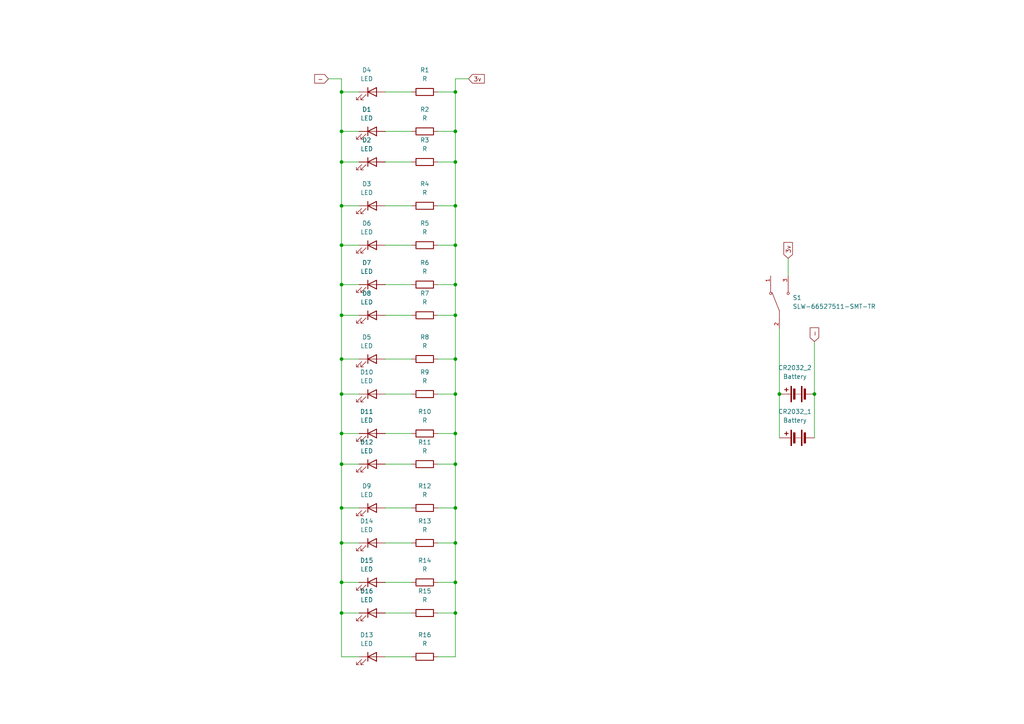
<source format=kicad_sch>
(kicad_sch (version 20230121) (generator eeschema)
  (paper "A4")
  (title_block (title "LED Heart") (date "2025-02-03") (rev "R1"))
  (lib_symbols
    (symbol "Device:Battery" (pin_numbers hide) (pin_names (offset 0) hide)
      (property "Reference" "BT" (at 2.54 2.54 0))
      (property "Value" "Battery" (at 2.54 0 0))
      (symbol "Battery_0_1"
        (rectangle (start -2.286 -1.27) (end 2.286 -1.524) (fill (type outline)))
        (rectangle (start -2.286 1.778) (end 2.286 1.524) (fill (type outline)))
        (rectangle (start -1.524 -2.032) (end 1.524 -2.54) (fill (type outline)))
        (rectangle (start -1.524 1.016) (end 1.524 0.508) (fill (type outline)))
        (polyline (pts (xy 0 -1.016) (xy 0 -0.762)))
        (polyline (pts (xy 0 -0.508) (xy 0 -0.254)))
        (polyline (pts (xy 0 0) (xy 0 0.254)))
        (polyline (pts (xy 0 1.778) (xy 0 2.54)))
        (polyline (pts (xy 0.762 3.048) (xy 1.778 3.048)) (stroke (width 0.254)))
        (polyline (pts (xy 1.27 3.556) (xy 1.27 2.54)) (stroke (width 0.254)))
      )
      (symbol "Battery_1_1"
        (pin passive line (at 0 5.08 270) (length 2.54) (name "+") (number "1"))
        (pin passive line (at 0 -5.08 90) (length 2.54) (name "-") (number "2"))
      )
    )
    (symbol "Device:LED" (pin_numbers hide) (pin_names (offset 1.016) hide)
      (property "Reference" "D" (at 0 2.54 0))
      (property "Value" "LED" (at 0 -2.54 0))
      (symbol "LED_0_1"
        (polyline (pts (xy -1.27 -1.27) (xy -1.27 1.27)) (stroke (width 0.254)))
        (polyline (pts (xy -1.27 0) (xy 1.27 0)))
        (polyline (pts (xy 1.27 -1.27) (xy 1.27 1.27) (xy -1.27 0) (xy 1.27 -1.27)) (stroke (width 0.254)))
        (polyline (pts (xy -3.048 -0.762) (xy -4.572 -2.286) (xy -3.81 -2.286) (xy -4.572 -2.286) (xy -4.572 -1.524)))
        (polyline (pts (xy -1.778 -0.762) (xy -3.302 -2.286) (xy -2.54 -2.286) (xy -3.302 -2.286) (xy -3.302 -1.524)))
      )
      (symbol "LED_1_1"
        (pin passive line (at -3.81 0 0) (length 2.54) (name "K") (number "1"))
        (pin passive line (at 3.81 0 180) (length 2.54) (name "A") (number "2"))
      )
    )
    (symbol "Device:R" (pin_numbers hide) (pin_names (offset 0))
      (property "Reference" "R" (at 2.032 0 90))
      (property "Value" "R" (at 0 0 90))
      (symbol "R_0_1"
        (rectangle (start -1.016 -2.54) (end 1.016 2.54) (stroke (width 0.254)))
      )
      (symbol "R_1_1"
        (pin passive line (at 0 3.81 270) (length 1.27) (name "~") (number "1"))
        (pin passive line (at 0 -3.81 90) (length 1.27) (name "~") (number "2"))
      )
    )
    (symbol "logancustom:SLW-66527511-SMT-TR" (pin_names (offset 1.016))
      (property "Reference" "S" (at -2.54 5.08 0))
      (property "Value" "SLW-66527511-SMT-TR" (at -2.54 -5.08 0))
      (symbol "SLW-66527511-SMT-TR_0_0"
        (polyline (pts (xy -2.54 0) (xy -5.08 0)) (stroke (width 0.1524)))
        (polyline (pts (xy -2.54 0) (xy 2.794 2.1336)) (stroke (width 0.1524)))
        (polyline (pts (xy 5.08 -2.54) (xy 2.921 -2.54)) (stroke (width 0.1524)))
        (polyline (pts (xy 5.08 2.54) (xy 2.921 2.54)) (stroke (width 0.1524)))
        (circle (center 2.54 -2.54) (radius 0.3302) (stroke (width 0.1524)))
        (circle (center 2.54 2.54) (radius 0.3302) (stroke (width 0.1524)))
        (pin passive line (at 7.62 2.54 180) (length 2.54) (name "~") (number "1"))
        (pin passive line (at -7.62 0 0) (length 2.54) (name "~") (number "2"))
        (pin passive line (at 7.62 -2.54 180) (length 2.54) (name "~") (number "3"))
      )
    )
  )
  (junction (at 132.08 177.8))
  (junction (at 132.08 46.99))
  (junction (at 99.06 38.1))
  (junction (at 132.08 26.67))
  (junction (at 99.06 26.67))
  (junction (at 132.08 157.48))
  (junction (at 132.08 147.32))
  (junction (at 236.22 114.3))
  (junction (at 99.06 157.48))
  (junction (at 99.06 177.8))
  (junction (at 132.08 134.62))
  (junction (at 99.06 168.91))
  (junction (at 132.08 71.12))
  (junction (at 132.08 91.44))
  (junction (at 99.06 82.55))
  (junction (at 99.06 134.62))
  (junction (at 99.06 104.14))
  (junction (at 99.06 147.32))
  (junction (at 132.08 168.91))
  (junction (at 99.06 46.99))
  (junction (at 99.06 125.73))
  (junction (at 132.08 125.73))
  (junction (at 132.08 59.69))
  (junction (at 99.06 71.12))
  (junction (at 99.06 59.69))
  (junction (at 132.08 104.14))
  (junction (at 99.06 114.3))
  (junction (at 132.08 38.1))
  (junction (at 132.08 82.55))
  (junction (at 226.06 114.3))
  (junction (at 132.08 114.3))
  (junction (at 99.06 91.44))
  (wire (pts (xy 111.76 168.91) (xy 119.38 168.91)))
  (wire (pts (xy 99.06 59.69) (xy 104.14 59.69)))
  (wire (pts (xy 111.76 157.48) (xy 119.38 157.48)))
  (wire (pts (xy 132.08 134.62) (xy 132.08 147.32)))
  (wire (pts (xy 127 26.67) (xy 132.08 26.67)))
  (wire (pts (xy 132.08 177.8) (xy 132.08 190.5)))
  (wire (pts (xy 99.06 157.48) (xy 104.14 157.48)))
  (wire (pts (xy 236.22 114.3) (xy 236.22 127)))
  (wire (pts (xy 99.06 59.69) (xy 99.06 71.12)))
  (wire (pts (xy 127 134.62) (xy 132.08 134.62)))
  (wire (pts (xy 99.06 38.1) (xy 104.14 38.1)))
  (wire (pts (xy 111.76 104.14) (xy 119.38 104.14)))
  (wire (pts (xy 99.06 114.3) (xy 104.14 114.3)))
  (wire (pts (xy 99.06 26.67) (xy 99.06 38.1)))
  (wire (pts (xy 99.06 82.55) (xy 99.06 91.44)))
  (wire (pts (xy 111.76 114.3) (xy 119.38 114.3)))
  (wire (pts (xy 127 147.32) (xy 132.08 147.32)))
  (wire (pts (xy 99.06 190.5) (xy 104.14 190.5)))
  (wire (pts (xy 99.06 147.32) (xy 104.14 147.32)))
  (wire (pts (xy 99.06 134.62) (xy 99.06 147.32)))
  (wire (pts (xy 127 168.91) (xy 132.08 168.91)))
  (wire (pts (xy 132.08 147.32) (xy 132.08 157.48)))
  (wire (pts (xy 111.76 38.1) (xy 119.38 38.1)))
  (wire (pts (xy 99.06 46.99) (xy 99.06 59.69)))
  (wire (pts (xy 99.06 168.91) (xy 104.14 168.91)))
  (wire (pts (xy 111.76 91.44) (xy 119.38 91.44)))
  (wire (pts (xy 127 38.1) (xy 132.08 38.1)))
  (wire (pts (xy 99.06 177.8) (xy 99.06 190.5)))
  (wire (pts (xy 99.06 71.12) (xy 104.14 71.12)))
  (wire (pts (xy 132.08 46.99) (xy 132.08 59.69)))
  (wire (pts (xy 99.06 104.14) (xy 99.06 114.3)))
  (wire (pts (xy 99.06 71.12) (xy 99.06 82.55)))
  (wire (pts (xy 132.08 125.73) (xy 132.08 134.62)))
  (wire (pts (xy 99.06 134.62) (xy 104.14 134.62)))
  (wire (pts (xy 132.08 71.12) (xy 132.08 82.55)))
  (wire (pts (xy 99.06 114.3) (xy 99.06 125.73)))
  (wire (pts (xy 127 59.69) (xy 132.08 59.69)))
  (wire (pts (xy 99.06 168.91) (xy 99.06 177.8)))
  (wire (pts (xy 111.76 71.12) (xy 119.38 71.12)))
  (wire (pts (xy 132.08 190.5) (xy 127 190.5)))
  (wire (pts (xy 127 82.55) (xy 132.08 82.55)))
  (wire (pts (xy 111.76 82.55) (xy 119.38 82.55)))
  (wire (pts (xy 228.6 74.93) (xy 228.6 80.01)))
  (wire (pts (xy 111.76 26.67) (xy 119.38 26.67)))
  (wire (pts (xy 127 114.3) (xy 132.08 114.3)))
  (wire (pts (xy 127 177.8) (xy 132.08 177.8)))
  (wire (pts (xy 226.06 95.25) (xy 226.06 114.3)))
  (wire (pts (xy 132.08 82.55) (xy 132.08 91.44)))
  (wire (pts (xy 132.08 22.86) (xy 132.08 26.67)))
  (wire (pts (xy 127 104.14) (xy 132.08 104.14)))
  (wire (pts (xy 99.06 91.44) (xy 104.14 91.44)))
  (wire (pts (xy 132.08 114.3) (xy 132.08 125.73)))
  (wire (pts (xy 132.08 59.69) (xy 132.08 71.12)))
  (wire (pts (xy 127 125.73) (xy 132.08 125.73)))
  (wire (pts (xy 99.06 91.44) (xy 99.06 104.14)))
  (wire (pts (xy 135.89 22.86) (xy 132.08 22.86)))
  (wire (pts (xy 99.06 82.55) (xy 104.14 82.55)))
  (wire (pts (xy 111.76 46.99) (xy 119.38 46.99)))
  (wire (pts (xy 111.76 177.8) (xy 119.38 177.8)))
  (wire (pts (xy 127 91.44) (xy 132.08 91.44)))
  (wire (pts (xy 111.76 125.73) (xy 119.38 125.73)))
  (wire (pts (xy 132.08 91.44) (xy 132.08 104.14)))
  (wire (pts (xy 99.06 125.73) (xy 99.06 134.62)))
  (wire (pts (xy 99.06 147.32) (xy 99.06 157.48)))
  (wire (pts (xy 99.06 38.1) (xy 99.06 46.99)))
  (wire (pts (xy 95.25 22.86) (xy 99.06 22.86)))
  (wire (pts (xy 99.06 22.86) (xy 99.06 26.67)))
  (wire (pts (xy 226.06 114.3) (xy 226.06 127)))
  (wire (pts (xy 132.08 26.67) (xy 132.08 38.1)))
  (wire (pts (xy 236.22 99.06) (xy 236.22 114.3)))
  (wire (pts (xy 127 46.99) (xy 132.08 46.99)))
  (wire (pts (xy 99.06 26.67) (xy 104.14 26.67)))
  (wire (pts (xy 99.06 177.8) (xy 104.14 177.8)))
  (wire (pts (xy 132.08 168.91) (xy 132.08 177.8)))
  (wire (pts (xy 132.08 38.1) (xy 132.08 46.99)))
  (wire (pts (xy 99.06 46.99) (xy 104.14 46.99)))
  (wire (pts (xy 111.76 190.5) (xy 119.38 190.5)))
  (wire (pts (xy 99.06 157.48) (xy 99.06 168.91)))
  (wire (pts (xy 132.08 157.48) (xy 132.08 168.91)))
  (wire (pts (xy 111.76 134.62) (xy 119.38 134.62)))
  (wire (pts (xy 127 71.12) (xy 132.08 71.12)))
  (wire (pts (xy 111.76 59.69) (xy 119.38 59.69)))
  (wire (pts (xy 99.06 104.14) (xy 104.14 104.14)))
  (wire (pts (xy 132.08 104.14) (xy 132.08 114.3)))
  (wire (pts (xy 99.06 125.73) (xy 104.14 125.73)))
  (wire (pts (xy 127 157.48) (xy 132.08 157.48)))
  (wire (pts (xy 111.76 147.32) (xy 119.38 147.32)))
  (global_label "3v" (shape input) (at 228.6 74.93 90) (property "Intersheetrefs" "${INTERSHEET_REFS}" (effects hide)))
  (global_label "-" (shape input) (at 95.25 22.86 180) (property "Intersheetrefs" "${INTERSHEET_REFS}" (effects hide)))
  (global_label "-" (shape input) (at 236.22 99.06 90) (property "Intersheetrefs" "${INTERSHEET_REFS}" (effects hide)))
  (global_label "3v" (shape input) (at 135.89 22.86 0) (property "Intersheetrefs" "${INTERSHEET_REFS}" (effects hide)))
  (symbol (lib_id "Device:LED") (at 107.95 26.67 0) (unit 1)
    (property "Reference" "D4" (at 106.3625 20.32 0))
    (property "Value" "LED" (at 106.3625 22.86 0))
    (property "Footprint" "LED_SMD:LED_0805_2012Metric" (effects hide))
  )
  (symbol (lib_id "logancustom:SLW-66527511-SMT-TR") (at 226.06 87.63 90) (unit 1)
    (property "Reference" "S1" (at 229.87 86.36 90) (effects (justify right)))
    (property "Value" "SLW-66527511-SMT-TR" (at 229.87 88.9 90) (effects (justify right)))
    (property "Footprint" "LogansCustom:SW_SLW-66527511-SMT-TR" (effects hide))
    (property "MF" "Same Sky" (effects hide))
    (property "Description" "\n                        \n                             6.65 x 2.75 x 1.1 mm, 1.5 mm Slide Actuator, Right-Angle, Surface Mount, TR, Slide Switch\n                        \n" (effects hide))
    (property "Package" "None" (effects hide))
    (property "Price" "None" (effects hide))
    (property "Check_prices" "https://www.snapeda.com/parts/SLW-66527511-SMT-TR/Same+Sky/view-part/?ref=eda" (effects hide))
    (property "STANDARD" "Manufacturer Recommendations" (effects hide))
    (property "PARTREV" "1.01" (effects hide))
    (property "SnapEDA_Link" "https://www.snapeda.com/parts/SLW-66527511-SMT-TR/Same+Sky/view-part/?ref=snap" (effects hide))
    (property "MP" "SLW-66527511-SMT-TR" (effects hide))
    (property "Availability" "In Stock" (effects hide))
    (property "MANUFACTURER" "Same Sky" (effects hide))
  )
  (symbol (lib_id "Device:LED") (at 107.95 38.1 0) (unit 1)
    (property "Reference" "D1" (at 106.3625 31.75 0))
    (property "Value" "LED" (at 106.3625 34.29 0))
    (property "Footprint" "LED_SMD:LED_0805_2012Metric" (effects hide))
  )
  (symbol (lib_id "Device:R") (at 123.19 147.32 90) (unit 1)
    (property "Reference" "R12" (at 123.19 140.97 90))
    (property "Value" "R" (at 123.19 143.51 90))
    (property "Footprint" "Resistor_SMD:R_0805_2012Metric" (effects hide))
  )
  (symbol (lib_id "Device:LED") (at 107.95 46.99 0) (unit 1)
    (property "Reference" "D2" (at 106.3625 40.64 0))
    (property "Value" "LED" (at 106.3625 43.18 0))
    (property "Footprint" "LED_SMD:LED_0805_2012Metric" (effects hide))
  )
  (symbol (lib_id "Device:LED") (at 107.95 147.32 0) (unit 1)
    (property "Reference" "D9" (at 106.3625 140.97 0))
    (property "Value" "LED" (at 106.3625 143.51 0))
    (property "Footprint" "LED_SMD:LED_0805_2012Metric" (effects hide))
  )
  (symbol (lib_id "Device:Battery") (at 231.14 127 90) (unit 1)
    (property "Reference" "CR2032_1" (at 230.5685 119.38 90))
    (property "Value" "Battery" (at 230.5685 121.92 90))
    (property "Footprint" "LogansCustom:BAT_CR2032" (effects hide))
  )
  (symbol (lib_id "Device:R") (at 123.19 177.8 90) (unit 1)
    (property "Reference" "R15" (at 123.19 171.45 90))
    (property "Value" "R" (at 123.19 173.99 90))
    (property "Footprint" "Resistor_SMD:R_0805_2012Metric" (effects hide))
  )
  (symbol (lib_id "Device:LED") (at 107.95 82.55 0) (unit 1)
    (property "Reference" "D7" (at 106.3625 76.2 0))
    (property "Value" "LED" (at 106.3625 78.74 0))
    (property "Footprint" "LED_SMD:LED_0805_2012Metric" (effects hide))
  )
  (symbol (lib_id "Device:R") (at 123.19 71.12 90) (unit 1)
    (property "Reference" "R5" (at 123.19 64.77 90))
    (property "Value" "R" (at 123.19 67.31 90))
    (property "Footprint" "Resistor_SMD:R_0805_2012Metric" (effects hide))
  )
  (symbol (lib_id "Device:LED") (at 107.95 91.44 0) (unit 1)
    (property "Reference" "D8" (at 106.3625 85.09 0))
    (property "Value" "LED" (at 106.3625 87.63 0))
    (property "Footprint" "LED_SMD:LED_0805_2012Metric" (effects hide))
  )
  (symbol (lib_id "Device:R") (at 123.19 26.67 90) (unit 1)
    (property "Reference" "R1" (at 123.19 20.32 90))
    (property "Value" "R" (at 123.19 22.86 90))
    (property "Footprint" "Resistor_SMD:R_0805_2012Metric" (effects hide))
  )
  (symbol (lib_id "Device:LED") (at 107.95 134.62 0) (unit 1)
    (property "Reference" "D12" (at 106.3625 128.27 0))
    (property "Value" "LED" (at 106.3625 130.81 0))
    (property "Footprint" "LED_SMD:LED_0805_2012Metric" (effects hide))
  )
  (symbol (lib_id "Device:R") (at 123.19 91.44 90) (unit 1)
    (property "Reference" "R7" (at 123.19 85.09 90))
    (property "Value" "R" (at 123.19 87.63 90))
    (property "Footprint" "Resistor_SMD:R_0805_2012Metric" (effects hide))
  )
  (symbol (lib_id "Device:R") (at 123.19 114.3 90) (unit 1)
    (property "Reference" "R9" (at 123.19 107.95 90))
    (property "Value" "R" (at 123.19 110.49 90))
    (property "Footprint" "Resistor_SMD:R_0805_2012Metric" (effects hide))
  )
  (symbol (lib_id "Device:R") (at 123.19 157.48 90) (unit 1)
    (property "Reference" "R13" (at 123.19 151.13 90))
    (property "Value" "R" (at 123.19 153.67 90))
    (property "Footprint" "Resistor_SMD:R_0805_2012Metric" (effects hide))
  )
  (symbol (lib_id "Device:R") (at 123.19 168.91 90) (unit 1)
    (property "Reference" "R14" (at 123.19 162.56 90))
    (property "Value" "R" (at 123.19 165.1 90))
    (property "Footprint" "Resistor_SMD:R_0805_2012Metric" (effects hide))
  )
  (symbol (lib_id "Device:LED") (at 107.95 125.73 0) (unit 1)
    (property "Reference" "D11" (at 106.3625 119.38 0))
    (property "Value" "LED" (at 106.3625 121.92 0))
    (property "Footprint" "LED_SMD:LED_0805_2012Metric" (effects hide))
  )
  (symbol (lib_id "Device:R") (at 123.19 104.14 90) (unit 1)
    (property "Reference" "R8" (at 123.19 97.79 90))
    (property "Value" "R" (at 123.19 100.33 90))
    (property "Footprint" "Resistor_SMD:R_0805_2012Metric" (effects hide))
  )
  (symbol (lib_id "Device:R") (at 123.19 59.69 90) (unit 1)
    (property "Reference" "R4" (at 123.19 53.34 90))
    (property "Value" "R" (at 123.19 55.88 90))
    (property "Footprint" "Resistor_SMD:R_0805_2012Metric" (effects hide))
  )
  (symbol (lib_id "Device:LED") (at 107.95 177.8 0) (unit 1)
    (property "Reference" "D16" (at 106.3625 171.45 0))
    (property "Value" "LED" (at 106.3625 173.99 0))
    (property "Footprint" "LED_SMD:LED_0805_2012Metric" (effects hide))
  )
  (symbol (lib_id "Device:LED") (at 107.95 114.3 0) (unit 1)
    (property "Reference" "D10" (at 106.3625 107.95 0))
    (property "Value" "LED" (at 106.3625 110.49 0))
    (property "Footprint" "LED_SMD:LED_0805_2012Metric" (effects hide))
  )
  (symbol (lib_id "Device:R") (at 123.19 46.99 90) (unit 1)
    (property "Reference" "R3" (at 123.19 40.64 90))
    (property "Value" "R" (at 123.19 43.18 90))
    (property "Footprint" "Resistor_SMD:R_0805_2012Metric" (effects hide))
  )
  (symbol (lib_id "Device:LED") (at 107.95 168.91 0) (unit 1)
    (property "Reference" "D15" (at 106.3625 162.56 0))
    (property "Value" "LED" (at 106.3625 165.1 0))
    (property "Footprint" "LED_SMD:LED_0805_2012Metric" (effects hide))
  )
  (symbol (lib_id "Device:R") (at 123.19 38.1 90) (unit 1)
    (property "Reference" "R2" (at 123.19 31.75 90))
    (property "Value" "R" (at 123.19 34.29 90))
    (property "Footprint" "Resistor_SMD:R_0805_2012Metric" (effects hide))
  )
  (symbol (lib_id "Device:Battery") (at 231.14 114.3 90) (unit 1)
    (property "Reference" "CR2032_2" (at 230.5685 106.68 90))
    (property "Value" "Battery" (at 230.5685 109.22 90))
    (property "Footprint" "LogansCustom:BAT_CR2032" (effects hide))
  )
  (symbol (lib_id "Device:R") (at 123.19 134.62 90) (unit 1)
    (property "Reference" "R11" (at 123.19 128.27 90))
    (property "Value" "R" (at 123.19 130.81 90))
    (property "Footprint" "Resistor_SMD:R_0805_2012Metric" (effects hide))
  )
  (symbol (lib_id "Device:LED") (at 107.95 104.14 0) (unit 1)
    (property "Reference" "D5" (at 106.3625 97.79 0))
    (property "Value" "LED" (at 106.3625 100.33 0))
    (property "Footprint" "LED_SMD:LED_0805_2012Metric" (effects hide))
  )
  (symbol (lib_id "Device:R") (at 123.19 190.5 90) (unit 1)
    (property "Reference" "R16" (at 123.19 184.15 90))
    (property "Value" "R" (at 123.19 186.69 90))
    (property "Footprint" "Resistor_SMD:R_0805_2012Metric" (effects hide))
  )
  (symbol (lib_id "Device:LED") (at 107.95 59.69 0) (unit 1)
    (property "Reference" "D3" (at 106.3625 53.34 0))
    (property "Value" "LED" (at 106.3625 55.88 0))
    (property "Footprint" "LED_SMD:LED_0805_2012Metric" (effects hide))
  )
  (symbol (lib_id "Device:LED") (at 107.95 71.12 0) (unit 1)
    (property "Reference" "D6" (at 106.3625 64.77 0))
    (property "Value" "LED" (at 106.3625 67.31 0))
    (property "Footprint" "LED_SMD:LED_0805_2012Metric" (effects hide))
  )
  (symbol (lib_id "Device:LED") (at 107.95 157.48 0) (unit 1)
    (property "Reference" "D14" (at 106.3625 151.13 0))
    (property "Value" "LED" (at 106.3625 153.67 0))
    (property "Footprint" "LED_SMD:LED_0805_2012Metric" (effects hide))
  )
  (symbol (lib_id "Device:LED") (at 107.95 190.5 0) (unit 1)
    (property "Reference" "D13" (at 106.3625 184.15 0))
    (property "Value" "LED" (at 106.3625 186.69 0))
    (property "Footprint" "LED_SMD:LED_0805_2012Metric" (effects hide))
  )
  (symbol (lib_id "Device:R") (at 123.19 125.73 90) (unit 1)
    (property "Reference" "R10" (at 123.19 119.38 90))
    (property "Value" "R" (at 123.19 121.92 90))
    (property "Footprint" "Resistor_SMD:R_0805_2012Metric" (effects hide))
  )
  (symbol (lib_id "Device:R") (at 123.19 82.55 90) (unit 1)
    (property "Reference" "R6" (at 123.19 76.2 90))
    (property "Value" "R" (at 123.19 78.74 90))
    (property "Footprint" "Resistor_SMD:R_0805_2012Metric" (effects hide))
  )
)
</source>
